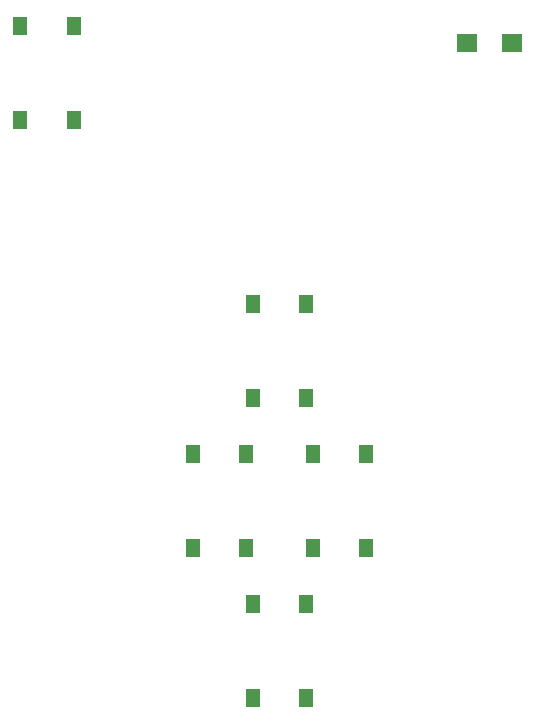
<source format=gtp>
G04*
G04 #@! TF.GenerationSoftware,Altium Limited,Altium Designer,23.3.1 (30)*
G04*
G04 Layer_Color=8421504*
%FSLAX25Y25*%
%MOIN*%
G70*
G04*
G04 #@! TF.SameCoordinates,3938952C-0909-4C2D-B6D7-9D2AFB1CA47D*
G04*
G04*
G04 #@! TF.FilePolarity,Positive*
G04*
G01*
G75*
%ADD13R,0.05118X0.06102*%
%ADD14R,0.06890X0.05906*%
D13*
X551142Y254350D02*
D03*
X571142Y335650D02*
D03*
X531142Y304350D02*
D03*
X473642Y478150D02*
D03*
X531142Y335650D02*
D03*
X571142Y304350D02*
D03*
X568858Y385650D02*
D03*
Y354350D02*
D03*
X551142Y385650D02*
D03*
Y354350D02*
D03*
X491358Y478150D02*
D03*
Y446850D02*
D03*
X473642D02*
D03*
X548858Y335650D02*
D03*
Y304350D02*
D03*
X588858Y335650D02*
D03*
Y304350D02*
D03*
X568858Y285650D02*
D03*
Y254350D02*
D03*
X551142Y285650D02*
D03*
D14*
X637382Y472500D02*
D03*
X622618D02*
D03*
M02*

</source>
